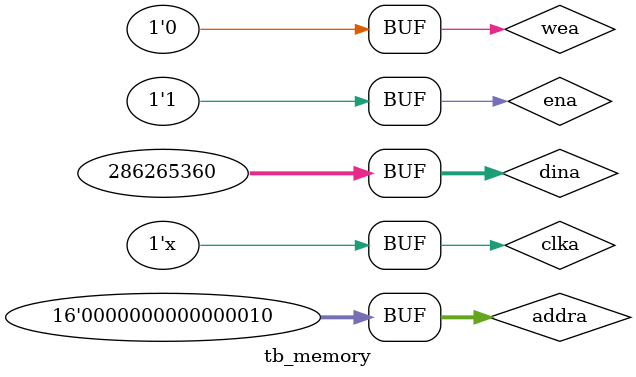
<source format=sv>
`timescale 1ns / 1ps


module tb_memory(
          );

    reg clka;
    reg ena;
    reg [0:0] wea;
    reg [15:0] addra;
    reg [31:0] dina,douta;
    
    // The following must be inserted into your Verilog file for this
    // core to be instantiated. Change the instance name and port connections
    // (in parentheses) to your own signal names.
    
    //----------- Begin Cut here for INSTANTIATION Template ---// INST_TAG
    blk_mem_gen_2 your_instance_name (
      .clka(clka),    // input wire clka
      .ena(ena),      // input wire ena
      .wea(wea),      // input wire [0 : 0] wea
      .addra(addra),  // input wire [15 : 0] addra
      .dina(dina),    // input wire [31 : 0] dina
      .douta(douta)  // output wire [31 : 0] douta
    );
    // INST_TAG_END ------ End INSTANTIATION Template ---------
    
    // You must compile the wrapper file blk_mem_gen_0.v when simulating
    // the core, blk_mem_gen_0. When compiling the wrapper file, be sure to
    // reference the Verilog simulation library.
    initial begin
        clka=1'b0;
    end
    always #5 clka=!clka;
    
    initial begin
        ena=1'b1;
        wea=1'b0;
        addra=32'h00000;
        #20;
        addra=32'h00001;
        #20;
        addra=32'h00002;
        #5;
        wea=1'b1;
        dina=32'h11101010;
        #10;
        wea=1'b0;
    end
    
        
        

    
endmodule

</source>
